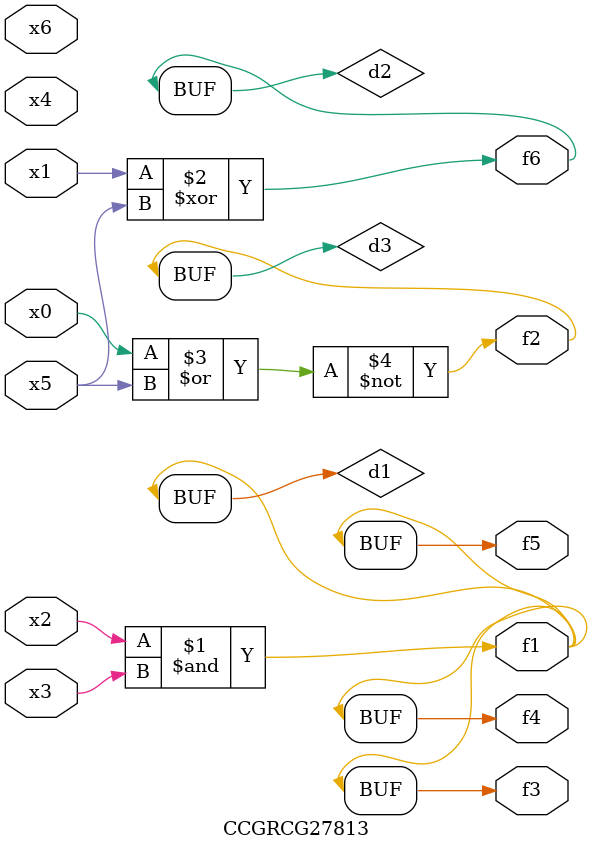
<source format=v>
module CCGRCG27813(
	input x0, x1, x2, x3, x4, x5, x6,
	output f1, f2, f3, f4, f5, f6
);

	wire d1, d2, d3;

	and (d1, x2, x3);
	xor (d2, x1, x5);
	nor (d3, x0, x5);
	assign f1 = d1;
	assign f2 = d3;
	assign f3 = d1;
	assign f4 = d1;
	assign f5 = d1;
	assign f6 = d2;
endmodule

</source>
